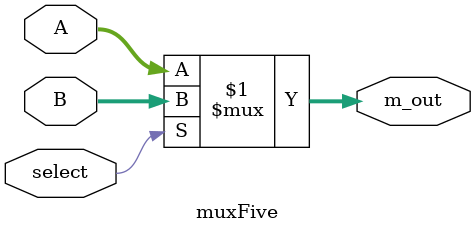
<source format=v>
module muxFive(m_out,A,B,select);  
output [4:0] m_out;  input [4:0] A,B;  input select; 
 
 assign m_out = (select)? B:A; 

endmodule 

</source>
